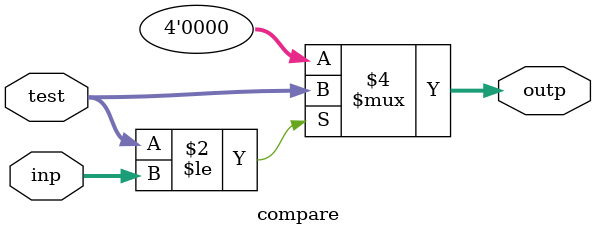
<source format=v>
`timescale 1ns / 1ps
module compare(inp,test,outp
    );
	 input[3:0]inp,test;
	
	 output reg [3:0]outp;
	 always @(test)
	 begin
	 
	 if(test<=inp)
	 begin outp<=test; end
	 else
	 begin outp<=4'b0000; end
	 
	 end


endmodule
</source>
